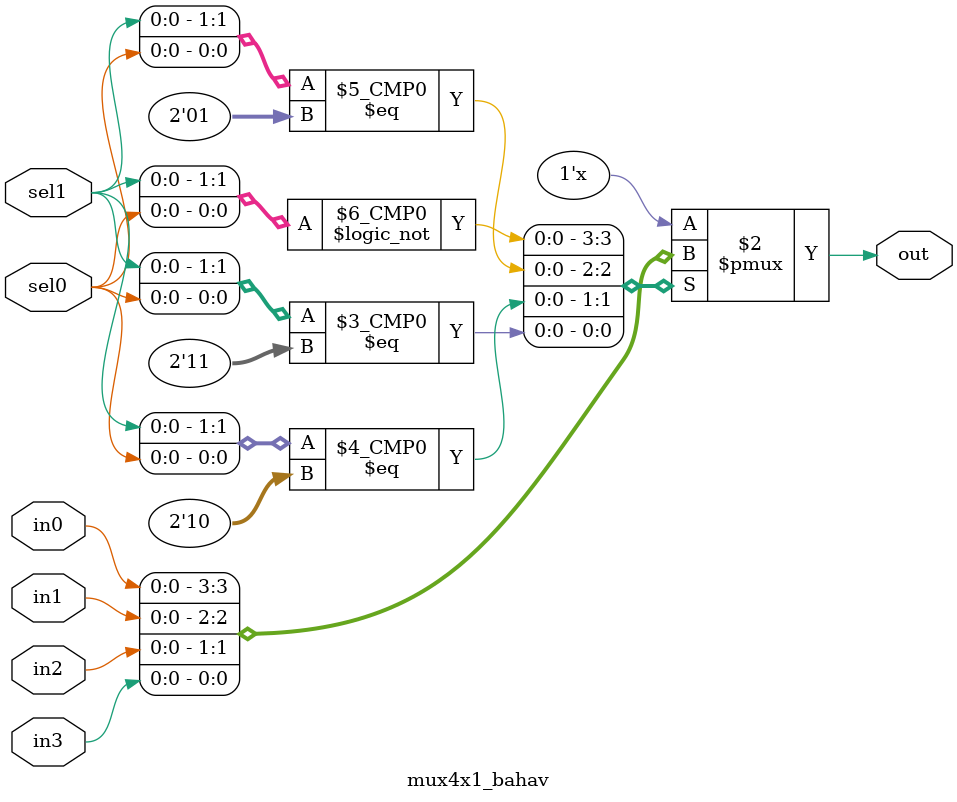
<source format=v>
`timescale 1ns / 1ps

module mux4x1_bahav(
   out,
   in0,
   in1,
   in2,
   in3,
   sel1,
   sel0
);


output out;
input in0, in1, in2, in3;
input sel1, sel0;



reg out;
always @(*) //same as always @(sel0, sel1, in0, in1, in2, in3, in4_
   case ({sel1, sel0}) // bit concatenantion
	2'd0 : out = in0;
	2'd1 : out = in1;
	2'd2 : out = in2;
	2'd3 : out = in3;
	default: $display("Error!!!"); // prevent latch
   endcase
endmodule

/*
always @(*)
   if({sel1, sel0} == 2'd0)
   out = in0;
   else  if({sel1, sel0} == 2'd1)
   out = in1;
   else if({sel1, sel0} == 2'd2)
   out = in2;
   //else if({sel1, sel0} == 2'd3)
   else out = in3;
   //else
   //$display("Error!!");
endmodule
*/

</source>
